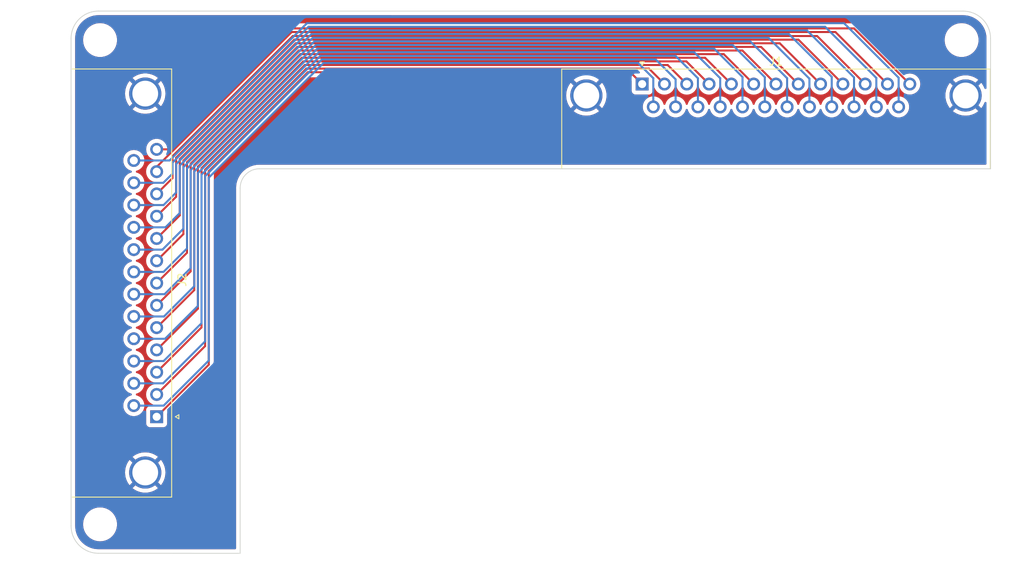
<source format=kicad_pcb>
(kicad_pcb (version 20211014) (generator pcbnew)
  (layers (0 "F.Cu" signal) (31 "B.Cu" signal) (34 "B.Paste" user) (35 "F.Paste" user) (36 "B.SilkS" user "B.Silkscreen") (37 "F.SilkS" user "F.Silkscreen") (38 "B.Mask" user) (39 "F.Mask" user) (44 "Edge.Cuts" user))
  (net 0 "")
  (net 1 "GND")
  (net 2 "Net-(J1-Pad1)")
  (net 3 "Net-(J1-Pad2)")
  (net 4 "Net-(J1-Pad3)")
  (net 5 "Net-(J1-Pad4)")
  (net 6 "Net-(J1-Pad5)")
  (net 7 "Net-(J1-Pad6)")
  (net 8 "Net-(J1-Pad7)")
  (net 9 "Net-(J1-Pad8)")
  (net 10 "Net-(J1-Pad9)")
  (net 11 "Net-(J1-Pad10)")
  (net 12 "Net-(J1-Pad11)")
  (net 13 "Net-(J1-Pad12)")
  (net 14 "Net-(J1-Pad13)")
  (net 15 "Net-(J1-Pad14)")
  (net 16 "Net-(J1-Pad15)")
  (net 17 "Net-(J1-Pad16)")
  (net 18 "Net-(J1-Pad17)")
  (net 19 "Net-(J1-Pad18)")
  (net 20 "Net-(J1-Pad19)")
  (net 21 "Net-(J1-Pad20)")
  (net 22 "Net-(J1-Pad21)")
  (net 23 "Net-(J1-Pad22)")
  (net 24 "Net-(J1-Pad23)")
  (net 25 "Net-(J1-Pad24)")
  (net 26 "Net-(J1-Pad25)")
  (footprint "Connector_Dsub:DSUB-25_Male_Horizontal_P2.77x2.84mm_EdgePinOffset7.70mm_Housed_MountingHolesOffset9.12mm" (layer "F.Cu") (at 191.325 43.469669)
    (fp_text reference "J1" (at 16.62 -2.8) (layer "F.SilkS"))
    (fp_text value "DB25_Male_MountingHoles")
    (fp_line (start 43.23 -1.86) (end 43.23 10.48) (layer "F.SilkS") (width 0.12))
    (fp_line (start -9.99 -1.86) (end 43.23 -1.86) (layer "F.SilkS") (width 0.12))
    (fp_line (start -9.99 10.48) (end -9.99 -1.86) (layer "F.SilkS") (width 0.12))
    (fp_line (start 0.25 -2.754338) (end 0 -2.321325) (layer "F.SilkS") (width 0.12))
    (fp_line (start -0.25 -2.754338) (end 0.25 -2.754338) (layer "F.SilkS") (width 0.12))
    (fp_line (start 0 -2.321325) (end -0.25 -2.754338) (layer "F.SilkS") (width 0.12))
    (pad "0" thru_hole circle (at 40.17 1.42) (size 4 4) (drill 3.2) (layers *.Cu *.Mask) (net 1 "GND"))
    (pad "0" thru_hole circle (at -6.93 1.42) (size 4 4) (drill 3.2) (layers *.Cu *.Mask) (net 1 "GND"))
    (pad "1" thru_hole rect (at 0 0) (size 1.6 1.6) (drill 1) (layers *.Cu *.Mask) (net 2 "Net-(J1-Pad1)"))
    (pad "2" thru_hole circle (at 2.77 0) (size 1.6 1.6) (drill 1) (layers *.Cu *.Mask) (net 3 "Net-(J1-Pad2)"))
    (pad "3" thru_hole circle (at 5.54 0) (size 1.6 1.6) (drill 1) (layers *.Cu *.Mask) (net 4 "Net-(J1-Pad3)"))
    (pad "4" thru_hole circle (at 8.31 0) (size 1.6 1.6) (drill 1) (layers *.Cu *.Mask) (net 5 "Net-(J1-Pad4)"))
    (pad "5" thru_hole circle (at 11.08 0) (size 1.6 1.6) (drill 1) (layers *.Cu *.Mask) (net 6 "Net-(J1-Pad5)"))
    (pad "6" thru_hole circle (at 13.85 0) (size 1.6 1.6) (drill 1) (layers *.Cu *.Mask) (net 7 "Net-(J1-Pad6)"))
    (pad "7" thru_hole circle (at 16.62 0) (size 1.6 1.6) (drill 1) (layers *.Cu *.Mask) (net 8 "Net-(J1-Pad7)"))
    (pad "8" thru_hole circle (at 19.39 0) (size 1.6 1.6) (drill 1) (layers *.Cu *.Mask) (net 9 "Net-(J1-Pad8)"))
    (pad "9" thru_hole circle (at 22.16 0) (size 1.6 1.6) (drill 1) (layers *.Cu *.Mask) (net 10 "Net-(J1-Pad9)"))
    (pad "10" thru_hole circle (at 24.93 0) (size 1.6 1.6) (drill 1) (layers *.Cu *.Mask) (net 11 "Net-(J1-Pad10)"))
    (pad "11" thru_hole circle (at 27.7 0) (size 1.6 1.6) (drill 1) (layers *.Cu *.Mask) (net 12 "Net-(J1-Pad11)"))
    (pad "12" thru_hole circle (at 30.47 0) (size 1.6 1.6) (drill 1) (layers *.Cu *.Mask) (net 13 "Net-(J1-Pad12)"))
    (pad "13" thru_hole circle (at 33.24 0) (size 1.6 1.6) (drill 1) (layers *.Cu *.Mask) (net 14 "Net-(J1-Pad13)"))
    (pad "14" thru_hole circle (at 1.385 2.84) (size 1.6 1.6) (drill 1) (layers *.Cu *.Mask) (net 15 "Net-(J1-Pad14)"))
    (pad "15" thru_hole circle (at 4.155 2.84) (size 1.6 1.6) (drill 1) (layers *.Cu *.Mask) (net 16 "Net-(J1-Pad15)"))
    (pad "16" thru_hole circle (at 6.925 2.84) (size 1.6 1.6) (drill 1) (layers *.Cu *.Mask) (net 17 "Net-(J1-Pad16)"))
    (pad "17" thru_hole circle (at 9.695 2.84) (size 1.6 1.6) (drill 1) (layers *.Cu *.Mask) (net 18 "Net-(J1-Pad17)"))
    (pad "18" thru_hole circle (at 12.465 2.84) (size 1.6 1.6) (drill 1) (layers *.Cu *.Mask) (net 19 "Net-(J1-Pad18)"))
    (pad "19" thru_hole circle (at 15.235 2.84) (size 1.6 1.6) (drill 1) (layers *.Cu *.Mask) (net 20 "Net-(J1-Pad19)"))
    (pad "20" thru_hole circle (at 18.005 2.84) (size 1.6 1.6) (drill 1) (layers *.Cu *.Mask) (net 21 "Net-(J1-Pad20)"))
    (pad "21" thru_hole circle (at 20.775 2.84) (size 1.6 1.6) (drill 1) (layers *.Cu *.Mask) (net 22 "Net-(J1-Pad21)"))
    (pad "22" thru_hole circle (at 23.545 2.84) (size 1.6 1.6) (drill 1) (layers *.Cu *.Mask) (net 23 "Net-(J1-Pad22)"))
    (pad "23" thru_hole circle (at 26.315 2.84) (size 1.6 1.6) (drill 1) (layers *.Cu *.Mask) (net 24 "Net-(J1-Pad23)"))
    (pad "24" thru_hole circle (at 29.085 2.84) (size 1.6 1.6) (drill 1) (layers *.Cu *.Mask) (net 25 "Net-(J1-Pad24)"))
    (pad "25" thru_hole circle (at 31.855 2.84) (size 1.6 1.6) (drill 1) (layers *.Cu *.Mask) (net 26 "Net-(J1-Pad25)"))
  )
  (footprint "MountingHole:MountingHole_3.2mm_M3" (layer "F.Cu") (at 124 38)
    (fp_text reference "H2" (at 0.1 0) (layer "F.SilkS"))
    (fp_text value "MountingHole")
    (pad "" np_thru_hole circle (at 0 0) (size 3.2 3.2) (drill 3.2) (layers *.Cu *.Mask))
  )
  (footprint "Connector_Dsub:DSUB-25_Female_Horizontal_P2.77x2.84mm_EdgePinOffset7.70mm_Housed_MountingHolesOffset9.12mm" (layer "F.Cu") (at 131.030331 84.825 -90)
    (fp_text reference "J2" (at -17.025 -3.169669 -90) (layer "F.SilkS"))
    (fp_text value "DB25_Female_MountingHoles")
    (fp_line (start 9.99 -1.86) (end 9.99 10.48) (layer "F.SilkS") (width 0.12))
    (fp_line (start -43.23 -1.86) (end 9.99 -1.86) (layer "F.SilkS") (width 0.12))
    (fp_line (start 0.25 -2.754338) (end 0 -2.321325) (layer "F.SilkS") (width 0.12))
    (fp_line (start 0 -2.321325) (end -0.25 -2.754338) (layer "F.SilkS") (width 0.12))
    (fp_line (start -43.23 10.48) (end -43.23 -1.86) (layer "F.SilkS") (width 0.12))
    (fp_line (start -0.25 -2.754338) (end 0.25 -2.754338) (layer "F.SilkS") (width 0.12))
    (pad "0" thru_hole circle (at 6.93 1.42 270) (size 4 4) (drill 3.2) (layers *.Cu *.Mask) (net 1 "GND"))
    (pad "0" thru_hole circle (at -40.17 1.42 270) (size 4 4) (drill 3.2) (layers *.Cu *.Mask) (net 1 "GND"))
    (pad "1" thru_hole rect (at 0 0 270) (size 1.6 1.6) (drill 1) (layers *.Cu *.Mask) (net 2 "Net-(J1-Pad1)"))
    (pad "2" thru_hole circle (at -2.77 0 270) (size 1.6 1.6) (drill 1) (layers *.Cu *.Mask) (net 3 "Net-(J1-Pad2)"))
    (pad "3" thru_hole circle (at -5.54 0 270) (size 1.6 1.6) (drill 1) (layers *.Cu *.Mask) (net 4 "Net-(J1-Pad3)"))
    (pad "4" thru_hole circle (at -8.31 0 270) (size 1.6 1.6) (drill 1) (layers *.Cu *.Mask) (net 5 "Net-(J1-Pad4)"))
    (pad "5" thru_hole circle (at -11.08 0 270) (size 1.6 1.6) (drill 1) (layers *.Cu *.Mask) (net 6 "Net-(J1-Pad5)"))
    (pad "6" thru_hole circle (at -13.85 0 270) (size 1.6 1.6) (drill 1) (layers *.Cu *.Mask) (net 7 "Net-(J1-Pad6)"))
    (pad "7" thru_hole circle (at -16.62 0 270) (size 1.6 1.6) (drill 1) (layers *.Cu *.Mask) (net 8 "Net-(J1-Pad7)"))
    (pad "8" thru_hole circle (at -19.39 0 270) (size 1.6 1.6) (drill 1) (layers *.Cu *.Mask) (net 9 "Net-(J1-Pad8)"))
    (pad "9" thru_hole circle (at -22.16 0 270) (size 1.6 1.6) (drill 1) (layers *.Cu *.Mask) (net 10 "Net-(J1-Pad9)"))
    (pad "10" thru_hole circle (at -24.93 0 270) (size 1.6 1.6) (drill 1) (layers *.Cu *.Mask) (net 11 "Net-(J1-Pad10)"))
    (pad "11" thru_hole circle (at -27.7 0 270) (size 1.6 1.6) (drill 1) (layers *.Cu *.Mask) (net 12 "Net-(J1-Pad11)"))
    (pad "12" thru_hole circle (at -30.47 0 270) (size 1.6 1.6) (drill 1) (layers *.Cu *.Mask) (net 13 "Net-(J1-Pad12)"))
    (pad "13" thru_hole circle (at -33.24 0 270) (size 1.6 1.6) (drill 1) (layers *.Cu *.Mask) (net 14 "Net-(J1-Pad13)"))
    (pad "14" thru_hole circle (at -1.385 2.84 270) (size 1.6 1.6) (drill 1) (layers *.Cu *.Mask) (net 15 "Net-(J1-Pad14)"))
    (pad "15" thru_hole circle (at -4.155 2.84 270) (size 1.6 1.6) (drill 1) (layers *.Cu *.Mask) (net 16 "Net-(J1-Pad15)"))
    (pad "16" thru_hole circle (at -6.925 2.84 270) (size 1.6 1.6) (drill 1) (layers *.Cu *.Mask) (net 17 "Net-(J1-Pad16)"))
    (pad "17" thru_hole circle (at -9.695 2.84 270) (size 1.6 1.6) (drill 1) (layers *.Cu *.Mask) (net 18 "Net-(J1-Pad17)"))
    (pad "18" thru_hole circle (at -12.465 2.84 270) (size 1.6 1.6) (drill 1) (layers *.Cu *.Mask) (net 19 "Net-(J1-Pad18)"))
    (pad "19" thru_hole circle (at -15.235 2.84 270) (size 1.6 1.6) (drill 1) (layers *.Cu *.Mask) (net 20 "Net-(J1-Pad19)"))
    (pad "20" thru_hole circle (at -18.005 2.84 270) (size 1.6 1.6) (drill 1) (layers *.Cu *.Mask) (net 21 "Net-(J1-Pad20)"))
    (pad "21" thru_hole circle (at -20.775 2.84 270) (size 1.6 1.6) (drill 1) (layers *.Cu *.Mask) (net 22 "Net-(J1-Pad21)"))
    (pad "22" thru_hole circle (at -23.545 2.84 270) (size 1.6 1.6) (drill 1) (layers *.Cu *.Mask) (net 23 "Net-(J1-Pad22)"))
    (pad "23" thru_hole circle (at -26.315 2.84 270) (size 1.6 1.6) (drill 1) (layers *.Cu *.Mask) (net 24 "Net-(J1-Pad23)"))
    (pad "24" thru_hole circle (at -29.085 2.84 270) (size 1.6 1.6) (drill 1) (layers *.Cu *.Mask) (net 25 "Net-(J1-Pad24)"))
    (pad "25" thru_hole circle (at -31.855 2.84 270) (size 1.6 1.6) (drill 1) (layers *.Cu *.Mask) (net 26 "Net-(J1-Pad25)"))
  )
  (footprint "MountingHole:MountingHole_3.2mm_M3" (layer "F.Cu") (at 124 98.2)
    (fp_text reference "H3" (at -0.1 0) (layer "F.SilkS"))
    (fp_text value "MountingHole")
    (pad "" np_thru_hole circle (at 0 0) (size 3.2 3.2) (drill 3.2) (layers *.Cu *.Mask))
  )
  (footprint "MountingHole:MountingHole_3.2mm_M3" (layer "F.Cu") (at 231 38)
    (fp_text reference "H1" (at 0.2 0) (layer "F.SilkS"))
    (fp_text value "MountingHole")
    (pad "" np_thru_hole circle (at 0 0) (size 3.2 3.2) (drill 3.2) (layers *.Cu *.Mask))
  )
  (gr_line (start 141.4 101.8) (end 123.804163 101.795837) (layer "Edge.Cuts") (width 0.1))
  (gr_arc (start 120.4 37.8) (mid 121.395837 35.395837) (end 123.8 34.4) (layer "Edge.Cuts") (width 0.1))
  (gr_line (start 141.4 101.8) (end 141.4 56.4) (layer "Edge.Cuts") (width 0.1))
  (gr_arc (start 141.4 56.4) (mid 142.102944 54.702944) (end 143.8 54) (layer "Edge.Cuts") (width 0.1))
  (gr_line (start 120.404163 98.395837) (end 120.4 37.8) (layer "Edge.Cuts") (width 0.1))
  (gr_line (start 234.6 54) (end 143.8 54) (layer "Edge.Cuts") (width 0.1))
  (gr_arc (start 231.195837 34.404163) (mid 233.6 35.4) (end 234.595837 37.804163) (layer "Edge.Cuts") (width 0.1))
  (gr_line (start 231.195837 34.404163) (end 123.8 34.4) (layer "Edge.Cuts") (width 0.1))
  (gr_line (start 234.6 54) (end 234.595837 37.804163) (layer "Edge.Cuts") (width 0.1))
  (gr_arc (start 123.804163 101.795837) (mid 121.4 100.8) (end 120.404163 98.395837) (layer "Edge.Cuts") (width 0.1))
  (segment (start 149.800356 42) (end 189.855331 42) (width 0.25) (layer "F.Cu") (net 2))
  (segment (start 189.855331 42) (end 191.325 43.469669) (width 0.25) (layer "F.Cu") (net 2))
  (segment (start 131.030331 84.825) (end 137.5 78.355331) (width 0.25) (layer "F.Cu") (net 2))
  (segment (start 137.5 54.300356) (end 149.800356 42) (width 0.25) (layer "F.Cu") (net 2))
  (segment (start 137.5 78.355331) (end 137.5 54.300356) (width 0.25) (layer "F.Cu") (net 2))
  (segment (start 137.05 54.11396) (end 149.61396 41.55) (width 0.25) (layer "F.Cu") (net 3))
  (segment (start 131.030331 82.055) (end 137.05 76.035331) (width 0.25) (layer "F.Cu") (net 3))
  (segment (start 137.05 76.035331) (end 137.05 54.11396) (width 0.25) (layer "F.Cu") (net 3))
  (segment (start 149.61396 41.55) (end 192.175331 41.55) (width 0.25) (layer "F.Cu") (net 3))
  (segment (start 192.175331 41.55) (end 194.095 43.469669) (width 0.25) (layer "F.Cu") (net 3))
  (segment (start 136.6 73.715331) (end 136.6 53.927564) (width 0.25) (layer "F.Cu") (net 4))
  (segment (start 131.030331 79.285) (end 136.6 73.715331) (width 0.25) (layer "F.Cu") (net 4))
  (segment (start 136.6 53.927564) (end 149.427564 41.1) (width 0.25) (layer "F.Cu") (net 4))
  (segment (start 149.427564 41.1) (end 194.495331 41.1) (width 0.25) (layer "F.Cu") (net 4))
  (segment (start 194.495331 41.1) (end 196.865 43.469669) (width 0.25) (layer "F.Cu") (net 4))
  (segment (start 196.815331 40.65) (end 199.635 43.469669) (width 0.25) (layer "F.Cu") (net 5))
  (segment (start 136.15 71.395331) (end 136.15 53.741168) (width 0.25) (layer "F.Cu") (net 5))
  (segment (start 131.030331 76.515) (end 136.15 71.395331) (width 0.25) (layer "F.Cu") (net 5))
  (segment (start 149.241168 40.65) (end 196.815331 40.65) (width 0.25) (layer "F.Cu") (net 5))
  (segment (start 136.15 53.741168) (end 149.241168 40.65) (width 0.25) (layer "F.Cu") (net 5))
  (segment (start 199.135331 40.2) (end 202.405 43.469669) (width 0.25) (layer "F.Cu") (net 6))
  (segment (start 149.054772 40.2) (end 199.135331 40.2) (width 0.25) (layer "F.Cu") (net 6))
  (segment (start 135.7 53.554772) (end 149.054772 40.2) (width 0.25) (layer "F.Cu") (net 6))
  (segment (start 135.7 69.075331) (end 135.7 53.554772) (width 0.25) (layer "F.Cu") (net 6))
  (segment (start 131.030331 73.745) (end 135.7 69.075331) (width 0.25) (layer "F.Cu") (net 6))
  (segment (start 135.25 53.368376) (end 148.868376 39.75) (width 0.25) (layer "F.Cu") (net 7))
  (segment (start 135.25 66.755331) (end 135.25 53.368376) (width 0.25) (layer "F.Cu") (net 7))
  (segment (start 148.868376 39.75) (end 201.455331 39.75) (width 0.25) (layer "F.Cu") (net 7))
  (segment (start 131.030331 70.975) (end 135.25 66.755331) (width 0.25) (layer "F.Cu") (net 7))
  (segment (start 201.455331 39.75) (end 205.175 43.469669) (width 0.25) (layer "F.Cu") (net 7))
  (segment (start 131.030331 68.205) (end 134.8 64.435331) (width 0.25) (layer "F.Cu") (net 8))
  (segment (start 203.775331 39.3) (end 207.945 43.469669) (width 0.25) (layer "F.Cu") (net 8))
  (segment (start 148.68198 39.3) (end 203.775331 39.3) (width 0.25) (layer "F.Cu") (net 8))
  (segment (start 134.8 64.435331) (end 134.8 53.18198) (width 0.25) (layer "F.Cu") (net 8))
  (segment (start 134.8 53.18198) (end 148.68198 39.3) (width 0.25) (layer "F.Cu") (net 8))
  (segment (start 134.35 52.995584) (end 148.495584 38.85) (width 0.25) (layer "F.Cu") (net 9))
  (segment (start 206.095331 38.85) (end 210.715 43.469669) (width 0.25) (layer "F.Cu") (net 9))
  (segment (start 148.495584 38.85) (end 206.095331 38.85) (width 0.25) (layer "F.Cu") (net 9))
  (segment (start 134.35 62.115331) (end 134.35 52.995584) (width 0.25) (layer "F.Cu") (net 9))
  (segment (start 131.030331 65.435) (end 134.35 62.115331) (width 0.25) (layer "F.Cu") (net 9))
  (segment (start 133.9 59.795331) (end 133.9 52.809188) (width 0.25) (layer "F.Cu") (net 10))
  (segment (start 148.309188 38.4) (end 208.415331 38.4) (width 0.25) (layer "F.Cu") (net 10))
  (segment (start 133.9 52.809188) (end 148.309188 38.4) (width 0.25) (layer "F.Cu") (net 10))
  (segment (start 208.415331 38.4) (end 213.485 43.469669) (width 0.25) (layer "F.Cu") (net 10))
  (segment (start 131.030331 62.665) (end 133.9 59.795331) (width 0.25) (layer "F.Cu") (net 10))
  (segment (start 131.030331 59.895) (end 133.45 57.475331) (width 0.25) (layer "F.Cu") (net 11))
  (segment (start 148.122792 37.95) (end 210.735331 37.95) (width 0.25) (layer "F.Cu") (net 11))
  (segment (start 133.45 57.475331) (end 133.45 52.622792) (width 0.25) (layer "F.Cu") (net 11))
  (segment (start 133.45 52.622792) (end 148.122792 37.95) (width 0.25) (layer "F.Cu") (net 11))
  (segment (start 210.735331 37.95) (end 216.255 43.469669) (width 0.25) (layer "F.Cu") (net 11))
  (segment (start 131.030331 57.125) (end 133 55.155331) (width 0.25) (layer "F.Cu") (net 12))
  (segment (start 213.055331 37.5) (end 219.025 43.469669) (width 0.25) (layer "F.Cu") (net 12))
  (segment (start 133 52.436396) (end 147.936396 37.5) (width 0.25) (layer "F.Cu") (net 12))
  (segment (start 147.936396 37.5) (end 213.055331 37.5) (width 0.25) (layer "F.Cu") (net 12))
  (segment (start 133 55.155331) (end 133 52.436396) (width 0.25) (layer "F.Cu") (net 12))
  (segment (start 215.325331 37) (end 221.795 43.469669) (width 0.25) (layer "F.Cu") (net 13))
  (segment (start 131.030331 53.769669) (end 147.8 37) (width 0.25) (layer "F.Cu") (net 13))
  (segment (start 131.030331 54.355) (end 131.030331 53.769669) (width 0.25) (layer "F.Cu") (net 13))
  (segment (start 147.8 37) (end 215.325331 37) (width 0.25) (layer "F.Cu") (net 13))
  (segment (start 131.030331 51.585) (end 132.578604 51.585) (width 0.25) (layer "F.Cu") (net 14))
  (segment (start 147.613604 36.55) (end 217.645331 36.55) (width 0.25) (layer "F.Cu") (net 14))
  (segment (start 217.645331 36.55) (end 224.565 43.469669) (width 0.25) (layer "F.Cu") (net 14))
  (segment (start 132.578604 51.585) (end 147.613604 36.55) (width 0.25) (layer "F.Cu") (net 14))
  (segment (start 190.816322 40.85) (end 192.71 42.743678) (width 0.25) (layer "B.Cu") (net 15))
  (segment (start 131.895331 83.44) (end 137.5 77.835331) (width 0.25) (layer "B.Cu") (net 15))
  (segment (start 137.5 77.835331) (end 137.5 55.1) (width 0.25) (layer "B.Cu") (net 15))
  (segment (start 151.75 40.85) (end 190.816322 40.85) (width 0.25) (layer "B.Cu") (net 15))
  (segment (start 137.5 55.1) (end 151.75 40.85) (width 0.25) (layer "B.Cu") (net 15))
  (segment (start 128.190331 83.44) (end 131.895331 83.44) (width 0.25) (layer "B.Cu") (net 15))
  (segment (start 192.71 42.743678) (end 192.71 46.309669) (width 0.25) (layer "B.Cu") (net 15))
  (segment (start 137.05 75.45) (end 137.05 54.913604) (width 0.25) (layer "B.Cu") (net 16))
  (segment (start 151.563604 40.4) (end 193 40.4) (width 0.25) (layer "B.Cu") (net 16))
  (segment (start 131.83 80.67) (end 137.05 75.45) (width 0.25) (layer "B.Cu") (net 16))
  (segment (start 128.190331 80.67) (end 131.83 80.67) (width 0.25) (layer "B.Cu") (net 16))
  (segment (start 137.05 54.913604) (end 151.563604 40.4) (width 0.25) (layer "B.Cu") (net 16))
  (segment (start 195.48 42.88) (end 195.48 46.309669) (width 0.25) (layer "B.Cu") (net 16))
  (segment (start 193 40.4) (end 195.48 42.88) (width 0.25) (layer "B.Cu") (net 16))
  (segment (start 198.25 42.743678) (end 198.25 46.309669) (width 0.25) (layer "B.Cu") (net 17))
  (segment (start 136.6 54.727208) (end 151.377208 39.95) (width 0.25) (layer "B.Cu") (net 17))
  (segment (start 151.377208 39.95) (end 195.456322 39.95) (width 0.25) (layer "B.Cu") (net 17))
  (segment (start 128.190331 77.9) (end 131.9 77.9) (width 0.25) (layer "B.Cu") (net 17))
  (segment (start 195.456322 39.95) (end 198.25 42.743678) (width 0.25) (layer "B.Cu") (net 17))
  (segment (start 136.6 73.2) (end 136.6 54.727208) (width 0.25) (layer "B.Cu") (net 17))
  (segment (start 131.9 77.9) (end 136.6 73.2) (width 0.25) (layer "B.Cu") (net 17))
  (segment (start 151.190812 39.5) (end 197.776322 39.5) (width 0.25) (layer "B.Cu") (net 18))
  (segment (start 136.15 71.05) (end 136.15 54.540812) (width 0.25) (layer "B.Cu") (net 18))
  (segment (start 136.15 54.540812) (end 151.190812 39.5) (width 0.25) (layer "B.Cu") (net 18))
  (segment (start 197.776322 39.5) (end 201.02 42.743678) (width 0.25) (layer "B.Cu") (net 18))
  (segment (start 128.190331 75.13) (end 132.07 75.13) (width 0.25) (layer "B.Cu") (net 18))
  (segment (start 201.02 42.743678) (end 201.02 46.309669) (width 0.25) (layer "B.Cu") (net 18))
  (segment (start 132.07 75.13) (end 136.15 71.05) (width 0.25) (layer "B.Cu") (net 18))
  (segment (start 135.7 54.354416) (end 151.004416 39.05) (width 0.25) (layer "B.Cu") (net 19))
  (segment (start 131.94 72.36) (end 135.7 68.6) (width 0.25) (layer "B.Cu") (net 19))
  (segment (start 203.8 42.6) (end 203.79 42.61) (width 0.25) (layer "B.Cu") (net 19))
  (segment (start 135.7 68.6) (end 135.7 54.354416) (width 0.25) (layer "B.Cu") (net 19))
  (segment (start 203.79 42.61) (end 203.79 46.309669) (width 0.25) (layer "B.Cu") (net 19))
  (segment (start 151.004416 39.05) (end 200.25 39.05) (width 0.25) (layer "B.Cu") (net 19))
  (segment (start 128.190331 72.36) (end 131.94 72.36) (width 0.25) (layer "B.Cu") (net 19))
  (segment (start 200.25 39.05) (end 203.8 42.6) (width 0.25) (layer "B.Cu") (net 19))
  (segment (start 202.55 38.6) (end 206.56 42.61) (width 0.25) (layer "B.Cu") (net 20))
  (segment (start 150.81802 38.6) (end 202.55 38.6) (width 0.25) (layer "B.Cu") (net 20))
  (segment (start 135.25 54.16802) (end 150.81802 38.6) (width 0.25) (layer "B.Cu") (net 20))
  (segment (start 206.56 42.61) (end 206.56 46.309669) (width 0.25) (layer "B.Cu") (net 20))
  (segment (start 128.190331 69.59) (end 132.01 69.59) (width 0.25) (layer "B.Cu") (net 20))
  (segment (start 135.25 66.35) (end 135.25 54.16802) (width 0.25) (layer "B.Cu") (net 20))
  (segment (start 132.01 69.59) (end 135.25 66.35) (width 0.25) (layer "B.Cu") (net 20))
  (segment (start 150.631624 38.15) (end 204.736322 38.15) (width 0.25) (layer "B.Cu") (net 21))
  (segment (start 128.190331 66.82) (end 131.88 66.82) (width 0.25) (layer "B.Cu") (net 21))
  (segment (start 134.8 53.981624) (end 150.631624 38.15) (width 0.25) (layer "B.Cu") (net 21))
  (segment (start 209.33 42.743678) (end 209.33 46.309669) (width 0.25) (layer "B.Cu") (net 21))
  (segment (start 204.736322 38.15) (end 209.33 42.743678) (width 0.25) (layer "B.Cu") (net 21))
  (segment (start 131.88 66.82) (end 134.8 63.9) (width 0.25) (layer "B.Cu") (net 21))
  (segment (start 134.8 63.9) (end 134.8 53.981624) (width 0.25) (layer "B.Cu") (net 21))
  (segment (start 134.35 61.45) (end 134.35 53.795228) (width 0.25) (layer "B.Cu") (net 22))
  (segment (start 128.190331 64.05) (end 131.75 64.05) (width 0.25) (layer "B.Cu") (net 22))
  (segment (start 212.1 42.8) (end 212.1 46.309669) (width 0.25) (layer "B.Cu") (net 22))
  (segment (start 134.35 53.795228) (end 150.445228 37.7) (width 0.25) (layer "B.Cu") (net 22))
  (segment (start 150.445228 37.7) (end 207 37.7) (width 0.25) (layer "B.Cu") (net 22))
  (segment (start 131.75 64.05) (end 134.35 61.45) (width 0.25) (layer "B.Cu") (net 22))
  (segment (start 207 37.7) (end 212.1 42.8) (width 0.25) (layer "B.Cu") (net 22))
  (segment (start 133.9 59.5) (end 133.9 53.608832) (width 0.25) (layer "B.Cu") (net 23))
  (segment (start 133.9 53.608832) (end 150.258832 37.25) (width 0.25) (layer "B.Cu") (net 23))
  (segment (start 150.258832 37.25) (end 209.55 37.25) (width 0.25) (layer "B.Cu") (net 23))
  (segment (start 132.12 61.28) (end 133.9 59.5) (width 0.25) (layer "B.Cu") (net 23))
  (segment (start 209.55 37.25) (end 214.87 42.57) (width 0.25) (layer "B.Cu") (net 23))
  (segment (start 214.87 42.57) (end 214.87 46.309669) (width 0.25) (layer "B.Cu") (net 23))
  (segment (start 128.190331 61.28) (end 132.12 61.28) (width 0.25) (layer "B.Cu") (net 23))
  (segment (start 217.64 42.64) (end 217.64 46.309669) (width 0.25) (layer "B.Cu") (net 24))
  (segment (start 150.072436 36.8) (end 211.8 36.8) (width 0.25) (layer "B.Cu") (net 24))
  (segment (start 128.190331 58.51) (end 131.89 58.51) (width 0.25) (layer "B.Cu") (net 24))
  (segment (start 133.45 56.95) (end 133.45 53.422436) (width 0.25) (layer "B.Cu") (net 24))
  (segment (start 211.8 36.8) (end 217.64 42.64) (width 0.25) (layer "B.Cu") (net 24))
  (segment (start 131.89 58.51) (end 133.45 56.95) (width 0.25) (layer "B.Cu") (net 24))
  (segment (start 133.45 53.422436) (end 150.072436 36.8) (width 0.25) (layer "B.Cu") (net 24))
  (segment (start 133 53.23604) (end 149.88604 36.35) (width 0.25) (layer "B.Cu") (net 25))
  (segment (start 133 54.6) (end 133 53.23604) (width 0.25) (layer "B.Cu") (net 25))
  (segment (start 220.41 42.71) (end 220.41 46.309669) (width 0.25) (layer "B.Cu") (net 25))
  (segment (start 131.86 55.74) (end 133 54.6) (width 0.25) (layer "B.Cu") (net 25))
  (segment (start 128.190331 55.74) (end 131.86 55.74) (width 0.25) (layer "B.Cu") (net 25))
  (segment (start 149.88604 36.35) (end 214.05 36.35) (width 0.25) (layer "B.Cu") (net 25))
  (segment (start 214.05 36.35) (end 220.41 42.71) (width 0.25) (layer "B.Cu") (net 25))
  (segment (start 132.629644 52.97) (end 149.699644 35.9) (width 0.25) (layer "B.Cu") (net 26))
  (segment (start 216.4 35.9) (end 223.18 42.68) (width 0.25) (layer "B.Cu") (net 26))
  (segment (start 128.190331 52.97) (end 132.629644 52.97) (width 0.25) (layer "B.Cu") (net 26))
  (segment (start 149.699644 35.9) (end 216.4 35.9) (width 0.25) (layer "B.Cu") (net 26))
  (segment (start 223.18 42.68) (end 223.18 46.309669) (width 0.25) (layer "B.Cu") (net 26))
  (zone (net 1) (net_name "GND") (layers F&B.Cu) (connect_pads (clearance 0.508)) (min_thickness 0.254) (fill yes (thermal_gap 0.508) (thermal_bridge_width 0.508))
    (polygon (pts (xy 238.76 104.14) (xy 115.7 104.14) (xy 115.7 33.02) (xy 238.76 33.02)))
  )
)
</source>
